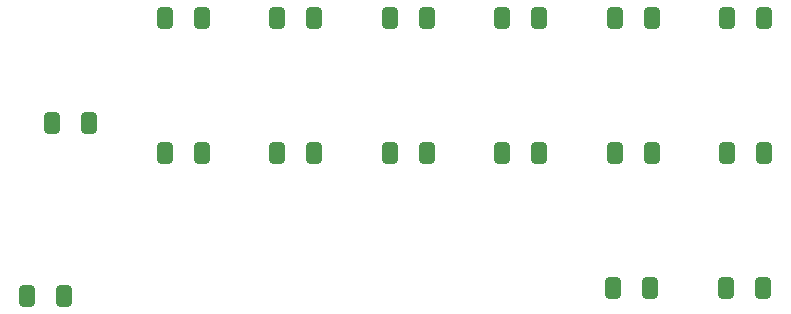
<source format=gbr>
%TF.GenerationSoftware,KiCad,Pcbnew,6.0.6-3a73a75311~116~ubuntu20.04.1*%
%TF.CreationDate,2022-07-29T20:39:59-07:00*%
%TF.ProjectId,ALUMux,414c554d-7578-42e6-9b69-6361645f7063,rev?*%
%TF.SameCoordinates,Original*%
%TF.FileFunction,Paste,Bot*%
%TF.FilePolarity,Positive*%
%FSLAX46Y46*%
G04 Gerber Fmt 4.6, Leading zero omitted, Abs format (unit mm)*
G04 Created by KiCad (PCBNEW 6.0.6-3a73a75311~116~ubuntu20.04.1) date 2022-07-29 20:39:59*
%MOMM*%
%LPD*%
G01*
G04 APERTURE LIST*
G04 Aperture macros list*
%AMRoundRect*
0 Rectangle with rounded corners*
0 $1 Rounding radius*
0 $2 $3 $4 $5 $6 $7 $8 $9 X,Y pos of 4 corners*
0 Add a 4 corners polygon primitive as box body*
4,1,4,$2,$3,$4,$5,$6,$7,$8,$9,$2,$3,0*
0 Add four circle primitives for the rounded corners*
1,1,$1+$1,$2,$3*
1,1,$1+$1,$4,$5*
1,1,$1+$1,$6,$7*
1,1,$1+$1,$8,$9*
0 Add four rect primitives between the rounded corners*
20,1,$1+$1,$2,$3,$4,$5,0*
20,1,$1+$1,$4,$5,$6,$7,0*
20,1,$1+$1,$6,$7,$8,$9,0*
20,1,$1+$1,$8,$9,$2,$3,0*%
G04 Aperture macros list end*
%ADD10RoundRect,0.250000X0.412500X0.650000X-0.412500X0.650000X-0.412500X-0.650000X0.412500X-0.650000X0*%
G04 APERTURE END LIST*
D10*
%TO.C,C5*%
X188379500Y-118110000D03*
X185254500Y-118110000D03*
%TD*%
%TO.C,C15*%
X150279500Y-106680000D03*
X147154500Y-106680000D03*
%TD*%
%TO.C,C1*%
X131229500Y-115570000D03*
X128104500Y-115570000D03*
%TD*%
%TO.C,C10*%
X150279500Y-118110000D03*
X147154500Y-118110000D03*
%TD*%
%TO.C,C12*%
X188252500Y-129540000D03*
X185127500Y-129540000D03*
%TD*%
%TO.C,C13*%
X188379500Y-106680000D03*
X185254500Y-106680000D03*
%TD*%
%TO.C,C9*%
X129070500Y-130175000D03*
X125945500Y-130175000D03*
%TD*%
%TO.C,C11*%
X169329500Y-118110000D03*
X166204500Y-118110000D03*
%TD*%
%TO.C,C2*%
X178727500Y-129540000D03*
X175602500Y-129540000D03*
%TD*%
%TO.C,C16*%
X178854500Y-118110000D03*
X175729500Y-118110000D03*
%TD*%
%TO.C,C8*%
X140754500Y-118110000D03*
X137629500Y-118110000D03*
%TD*%
%TO.C,C7*%
X140754500Y-106680000D03*
X137629500Y-106680000D03*
%TD*%
%TO.C,C6*%
X159804500Y-106680000D03*
X156679500Y-106680000D03*
%TD*%
%TO.C,C3*%
X169329500Y-106680000D03*
X166204500Y-106680000D03*
%TD*%
%TO.C,C4*%
X159804500Y-118110000D03*
X156679500Y-118110000D03*
%TD*%
%TO.C,C14*%
X178854500Y-106680000D03*
X175729500Y-106680000D03*
%TD*%
M02*

</source>
